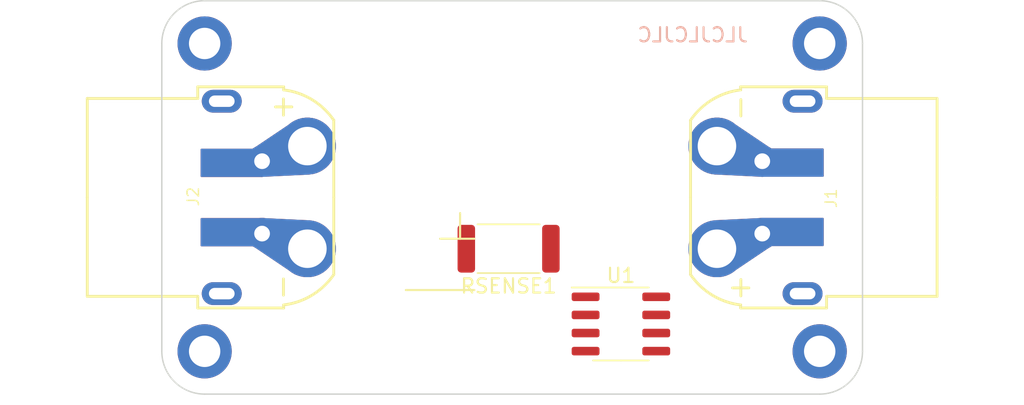
<source format=kicad_pcb>
(kicad_pcb (version 20210424) (generator pcbnew)
  (layers (0 "F.Cu" signal) (31 "B.Cu" signal) (34 "B.Paste" user) (35 "F.Paste" user) (36 "B.SilkS" user "B.Silkscreen") (37 "F.SilkS" user "F.Silkscreen") (38 "B.Mask" user) (39 "F.Mask" user) (44 "Edge.Cuts" user))
  (net 0 "")
  (net 1 "GND")
  (net 3 "Net-(J1-Pad2)")
  (net 5 "Net-(J2-Pad2)")
  (net 7 "Net-(U1-Pad2)")
  (footprint "MountingHole:MountingHole_2.2mm_M2_DIN965_Pad" (layer "F.Cu") (at 103 30.5)
    (fp_text reference "REF**" hide)
    (fp_text value "MountingHole_2.2mm_M2_DIN965_Pad")
    (pad "1" thru_hole circle locked (at 0 0) (size 3.8 3.8) (drill 2.2) (layers *.Cu *.Mask) (net 1 "GND"))
  )
  (footprint "Amass_XT60PW-M_footprints:Amass_XT60PW-M_Kombifootprint" (layer "F.Cu") (at 95.8 41.3 -90)
    (fp_text reference "J1" (at 0.058805 -8 90) (layer "F.SilkS") (effects (font (size 0.8 0.8) (thickness 0.1))))
    (fp_text value "Conn_01x02" hide)
    (fp_line (start -7.756897 -7.682437) (end -7.756897 -1.661935) (layer "F.SilkS") (width 0.2))
    (fp_line (start 6.941195 -7.682437) (end 7.756897 -7.682437) (layer "F.SilkS") (width 0.2))
    (fp_line (start 5.7658 -1.6764) (end 6.9088 -1.6764) (layer "F.SilkS") (width 0.2))
    (fp_line (start 5.413054 1.85) (end 0 1.85) (layer "F.SilkS") (width 0.2))
    (fp_line (start 7.756897 -7.682437) (end 7.756897 -1.661935) (layer "F.SilkS") (width 0.2))
    (fp_line (start -6.941195 -15.42421) (end -6.941195 -7.682437) (layer "F.SilkS") (width 0.2))
    (fp_line (start 7.756897 -1.661935) (end 7.543269 -1.661935) (layer "F.SilkS") (width 0.2))
    (fp_line (start 6.35 -1.0922) (end 6.35 -2.2352) (layer "F.SilkS") (width 0.2))
    (fp_line (start -6.858 -1.6764) (end -5.715 -1.6764) (layer "F.SilkS") (width 0.2))
    (fp_line (start -6.941195 -15.42421) (end 0 -15.42421) (layer "F.SilkS") (width 0.2))
    (fp_line (start -6.941195 -7.682437) (end -7.756897 -7.682437) (layer "F.SilkS") (width 0.2))
    (fp_line (start 6.941195 -15.42421) (end 0 -15.42421) (layer "F.SilkS") (width 0.2))
    (fp_line (start -7.756897 -1.661935) (end -7.543269 -1.661935) (layer "F.SilkS") (width 0.2))
    (fp_line (start 6.941195 -15.42421) (end 6.941195 -7.682437) (layer "F.SilkS") (width 0.2))
    (fp_line (start -5.413054 1.85) (end 0 1.85) (layer "F.SilkS") (width 0.2))
    (fp_arc (start 2.618855 -2.246886) (end 5.413054 1.85) (angle -48.93065527) (layer "F.SilkS") (width 0.2))
    (fp_arc (start -2.618855 -2.246886) (end -7.543269 -1.661935) (angle -48.93065527) (layer "F.SilkS") (width 0.2))
    (pad "" thru_hole oval locked (at 6.75 -6 270) (size 1.6 2.8) (drill oval 0.8 1.8) (layers *.Cu *.Mask))
    (pad "" thru_hole oval locked (at -6.75 -6 270) (size 1.6 2.8) (drill oval 0.8 1.8) (layers *.Cu *.Mask))
    (pad "1" thru_hole circle locked (at -2.54 -3.175 270) (size 2.2 2.2) (drill 1.1) (layers *.Cu *.Mask))
    (pad "1" thru_hole custom locked (at -3.6 0 270) (size 4 4) (drill 2.7) (layers *.Cu *.Mask) (options (clearance outline) (anchor circle)) (primitives (gr_poly (pts (xy -1.861 0) (xy 1.949 0) (xy 2.10394 -3.14706) (xy 1.695 -3.937) (xy 1.441 -4.064) (xy 0.1075 -3.6195) (xy -1.734 -0.889)) (width 0.1) (fill yes)) (gr_poly (pts (xy 0.21786 -3.175) (xy 0.21786 -7.4295) (xy 2.1 -7.4295) (xy 2.1 -3.175)) (width 0.1) (fill yes))))
    (pad "2" thru_hole circle locked (at 2.54 -3.175 270) (size 2.2 2.2) (drill 1.1) (layers *.Cu *.Mask) (net 3 "Net-(J1-Pad2)"))
    (pad "2" thru_hole custom locked (at 3.6 0 270) (size 4 4) (drill 2.7) (layers *.Cu *.Mask) (net 3 "Net-(J1-Pad2)") (options (clearance outline) (anchor circle)) (primitives (gr_poly (pts (xy -1.949 0.127) (xy -2.10902 -3.1877) (xy -1.5045 -4.064) (xy -0.552 -4.064) (xy -0.19894 -3.75158) (xy 1.44698 -1.30556)) (width 0.1) (fill yes)) (gr_poly (pts (xy -2.11664 -3.175) (xy -2.11664 -7.4295) (xy -0.2345 -7.4295) (xy -0.2345 -3.175)) (width 0.1) (fill yes))))
  )
  (footprint "Package_SO:SOIC-8_3.9x4.9mm_P1.27mm" (layer "F.Cu") (at 89.07 50.18)
    (fp_text reference "U1" (at 0 -3.4) (layer "F.SilkS"))
    (fp_text value "INA240A2D")
    (fp_line (start 0 -2.56) (end 1.95 -2.56) (layer "F.SilkS") (width 0.12))
    (fp_line (start 0 2.56) (end 1.95 2.56) (layer "F.SilkS") (width 0.12))
    (fp_line (start 0 2.56) (end -1.95 2.56) (layer "F.SilkS") (width 0.12))
    (fp_line (start 0 -2.56) (end -3.45 -2.56) (layer "F.SilkS") (width 0.12))
    (pad "1" smd roundrect locked (at -2.475 -1.905) (size 1.95 0.6) (layers "F.Cu" "F.Paste" "F.Mask"))
    (pad "2" smd roundrect locked (at -2.475 -0.635) (size 1.95 0.6) (layers "F.Cu" "F.Paste" "F.Mask") (net 7 "Net-(U1-Pad2)"))
    (pad "3" smd roundrect locked (at -2.475 0.635) (size 1.95 0.6) (layers "F.Cu" "F.Paste" "F.Mask"))
    (pad "4" smd roundrect locked (at -2.475 1.905) (size 1.95 0.6) (layers "F.Cu" "F.Paste" "F.Mask") (net 7 "Net-(U1-Pad2)"))
    (pad "5" smd roundrect locked (at 2.475 1.905) (size 1.95 0.6) (layers "F.Cu" "F.Paste" "F.Mask"))
    (pad "6" smd roundrect locked (at 2.475 0.635) (size 1.95 0.6) (layers "F.Cu" "F.Paste" "F.Mask"))
    (pad "7" smd roundrect locked (at 2.475 -0.635) (size 1.95 0.6) (layers "F.Cu" "F.Paste" "F.Mask"))
    (pad "8" smd roundrect locked (at 2.475 -1.905) (size 1.95 0.6) (layers "F.Cu" "F.Paste" "F.Mask"))
  )
  (footprint "Amass_XT60PW-M_footprints:Amass_XT60PW-M_Kombifootprint" (layer "F.Cu") (at 67.1 41.3 90)
    (fp_text reference "J2" (at 0.058805 -8 90) (layer "F.SilkS") (effects (font (size 0.8 0.8) (thickness 0.1))))
    (fp_text value "Conn_01x02" hide)
    (fp_line (start 6.941195 -15.42421) (end 6.941195 -7.682437) (layer "F.SilkS") (width 0.2))
    (fp_line (start 7.756897 -7.682437) (end 7.756897 -1.661935) (layer "F.SilkS") (width 0.2))
    (fp_line (start -5.413054 1.85) (end 0 1.85) (layer "F.SilkS") (width 0.2))
    (fp_line (start -6.941195 -7.682437) (end -7.756897 -7.682437) (layer "F.SilkS") (width 0.2))
    (fp_line (start 7.756897 -1.661935) (end 7.543269 -1.661935) (layer "F.SilkS") (width 0.2))
    (fp_line (start -7.756897 -1.661935) (end -7.543269 -1.661935) (layer "F.SilkS") (width 0.2))
    (fp_line (start 6.941195 -15.42421) (end 0 -15.42421) (layer "F.SilkS") (width 0.2))
    (fp_line (start -6.941195 -15.42421) (end -6.941195 -7.682437) (layer "F.SilkS") (width 0.2))
    (fp_line (start -7.756897 -7.682437) (end -7.756897 -1.661935) (layer "F.SilkS") (width 0.2))
    (fp_line (start 5.7658 -1.6764) (end 6.9088 -1.6764) (layer "F.SilkS") (width 0.2))
    (fp_line (start 6.35 -1.0922) (end 6.35 -2.2352) (layer "F.SilkS") (width 0.2))
    (fp_line (start 6.941195 -7.682437) (end 7.756897 -7.682437) (layer "F.SilkS") (width 0.2))
    (fp_line (start -6.941195 -15.42421) (end 0 -15.42421) (layer "F.SilkS") (width 0.2))
    (fp_line (start -6.858 -1.6764) (end -5.715 -1.6764) (layer "F.SilkS") (width 0.2))
    (fp_line (start 5.413054 1.85) (end 0 1.85) (layer "F.SilkS") (width 0.2))
    (fp_arc (start 2.618855 -2.246886) (end 5.413054 1.85) (angle -48.93065527) (layer "F.SilkS") (width 0.2))
    (fp_arc (start -2.618855 -2.246886) (end -7.543269 -1.661935) (angle -48.93065527) (layer "F.SilkS") (width 0.2))
    (pad "" thru_hole oval locked (at 6.75 -6 90) (size 1.6 2.8) (drill oval 0.8 1.8) (layers *.Cu *.Mask))
    (pad "" thru_hole oval locked (at -6.75 -6 90) (size 1.6 2.8) (drill oval 0.8 1.8) (layers *.Cu *.Mask))
    (pad "1" thru_hole circle locked (at -2.54 -3.175 90) (size 2.2 2.2) (drill 1.1) (layers *.Cu *.Mask))
    (pad "1" thru_hole custom locked (at -3.6 0 90) (size 4 4) (drill 2.7) (layers *.Cu *.Mask) (options (clearance outline) (anchor circle)) (primitives (gr_poly (pts (xy -1.861 0) (xy 1.949 0) (xy 2.10394 -3.14706) (xy 1.695 -3.937) (xy 1.441 -4.064) (xy 0.1075 -3.6195) (xy -1.734 -0.889)) (width 0.1) (fill yes)) (gr_poly (pts (xy 0.21786 -3.175) (xy 0.21786 -7.4295) (xy 2.1 -7.4295) (xy 2.1 -3.175)) (width 0.1) (fill yes))))
    (pad "2" thru_hole custom locked (at 3.6 0 90) (size 4 4) (drill 2.7) (layers *.Cu *.Mask) (net 5 "Net-(J2-Pad2)") (options (clearance outline) (anchor circle)) (primitives (gr_poly (pts (xy -1.949 0.127) (xy -2.10902 -3.1877) (xy -1.5045 -4.064) (xy -0.552 -4.064) (xy -0.19894 -3.75158) (xy 1.44698 -1.30556)) (width 0.1) (fill yes)) (gr_poly (pts (xy -2.11664 -3.175) (xy -2.11664 -7.4295) (xy -0.2345 -7.4295) (xy -0.2345 -3.175)) (width 0.1) (fill yes))))
    (pad "2" thru_hole circle locked (at 2.54 -3.175 90) (size 2.2 2.2) (drill 1.1) (layers *.Cu *.Mask) (net 5 "Net-(J2-Pad2)"))
  )
  (footprint "MountingHole:MountingHole_2.2mm_M2_DIN965_Pad" (layer "F.Cu") (at 59.9 30.5)
    (fp_text reference "REF**" hide)
    (fp_text value "MountingHole_2.2mm_M2_DIN965_Pad")
    (pad "1" thru_hole circle locked (at 0 0) (size 3.8 3.8) (drill 2.2) (layers *.Cu *.Mask) (net 1 "GND"))
  )
  (footprint "Resistor_SMD:R_2512_6332Metric" (layer "F.Cu") (at 81.2 44.9 180)
    (fp_text reference "RSENSE1" (at 0 -2.62) (layer "F.SilkS"))
    (fp_text value "0.005")
    (fp_line (start -2.177064 1.71) (end 2.177064 1.71) (layer "F.SilkS") (width 0.12))
    (fp_line (start -2.177064 -1.71) (end 2.177064 -1.71) (layer "F.SilkS") (width 0.12))
    (pad "1" smd roundrect locked (at -2.9625 0 180) (size 1.225 3.35) (layers "F.Cu" "F.Paste" "F.Mask") (roundrect_rratio 0.204082) (net 3 "Net-(J1-Pad2)"))
    (pad "2" smd roundrect locked (at 2.9625 0 180) (size 1.225 3.35) (layers "F.Cu" "F.Paste" "F.Mask") (roundrect_rratio 0.204082) (net 5 "Net-(J2-Pad2)"))
  )
  (footprint "MountingHole:MountingHole_2.2mm_M2_DIN965_Pad" (layer "F.Cu") (at 103 52.1)
    (fp_text reference "REF**" hide)
    (fp_text value "MountingHole_2.2mm_M2_DIN965_Pad")
    (pad "1" thru_hole circle locked (at 0 0) (size 3.8 3.8) (drill 2.2) (layers *.Cu *.Mask) (net 1 "GND"))
  )
  (footprint "MountingHole:MountingHole_2.2mm_M2_DIN965_Pad" (layer "F.Cu") (at 59.9 52.1)
    (fp_text reference "REF**" hide)
    (fp_text value "MountingHole_2.2mm_M2_DIN965_Pad")
    (pad "1" thru_hole circle locked (at 0 0) (size 3.8 3.8) (drill 2.2) (layers *.Cu *.Mask) (net 1 "GND"))
  )
  (gr_line (start 74 47.8) (end 78.8 47.8) (layer "F.SilkS") (width 0.15))
  (gr_line (start 77.8 44.2) (end 78.8 44.2) (layer "F.SilkS") (width 0.15))
  (gr_line (start 77.8 44.2) (end 76.4 44.2) (layer "F.SilkS") (width 0.15))
  (gr_line (start 77.8 42.4) (end 77.8 44.2) (layer "F.SilkS") (width 0.15))
  (gr_line (start 103 27.5) (end 59.9 27.5) (layer "Edge.Cuts") (width 0.1))
  (gr_arc (start 59.9 30.5) (end 59.9 27.5) (angle -90) (layer "Edge.Cuts") (width 0.1))
  (gr_line (start 59.9 55.1) (end 103 55.1) (layer "Edge.Cuts") (width 0.1))
  (gr_arc (start 103 52.1) (end 103 55.1) (angle -90) (layer "Edge.Cuts") (width 0.1))
  (gr_arc (start 103 30.5) (end 106 30.5) (angle -90) (layer "Edge.Cuts") (width 0.1))
  (gr_line (start 56.9 30.5) (end 56.9 52.1) (layer "Edge.Cuts") (width 0.1))
  (gr_arc (start 59.9 52.1) (end 56.9 52.1) (angle -90) (layer "Edge.Cuts") (width 0.1))
  (gr_line (start 106 52.1) (end 106 30.5) (layer "Edge.Cuts") (width 0.1))
  (gr_text "JLCJLCJLC" (at 94.1 29.9) (layer "B.SilkS") (effects (font (size 1 1)) (justify mirror)))
)
</source>
